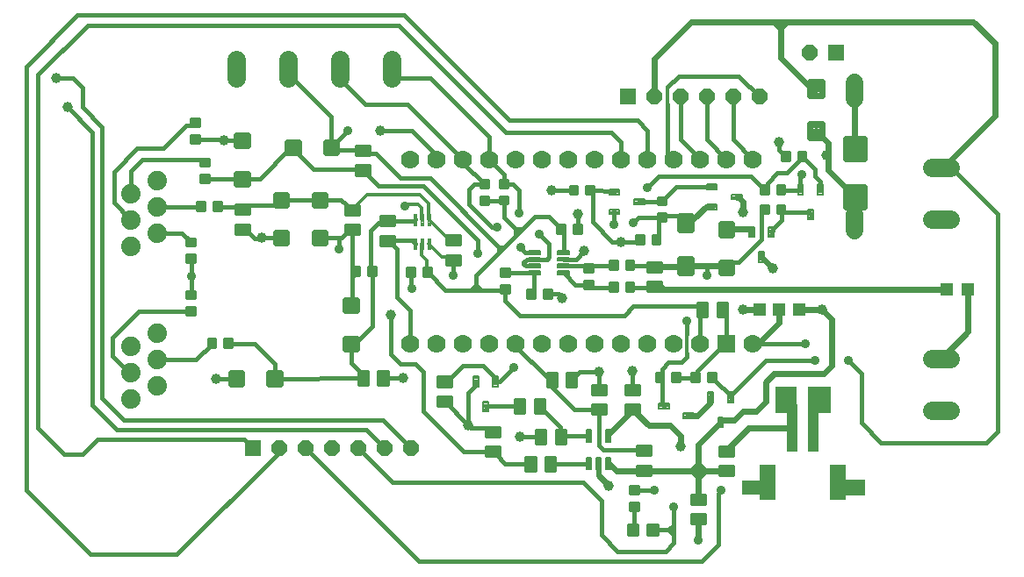
<source format=gtl>
G75*
%MOIN*%
%OFA0B0*%
%FSLAX25Y25*%
%IPPOS*%
%LPD*%
%AMOC8*
5,1,8,0,0,1.08239X$1,22.5*
%
%ADD10R,0.09843X0.05512*%
%ADD11R,0.10827X0.06102*%
%ADD12R,0.08465X0.10236*%
%ADD13R,0.08661X0.09843*%
%ADD14C,0.07050*%
%ADD15C,0.02480*%
%ADD16C,0.01378*%
%ADD17C,0.02205*%
%ADD18C,0.01654*%
%ADD19C,0.07400*%
%ADD20C,0.00520*%
%ADD21C,0.07000*%
%ADD22R,0.07000X0.07000*%
%ADD23C,0.00827*%
%ADD24R,0.06000X0.06000*%
%ADD25OC8,0.06000*%
%ADD26C,0.00541*%
%ADD27R,0.03937X0.18110*%
%ADD28R,0.06299X0.13386*%
%ADD29R,0.04724X0.05118*%
%ADD30C,0.00350*%
%ADD31C,0.02362*%
%ADD32C,0.06600*%
%ADD33C,0.03962*%
%ADD34C,0.03569*%
%ADD35C,0.01600*%
%ADD36C,0.02400*%
%ADD37C,0.01200*%
%ADD38C,0.01969*%
D10*
X0295309Y0066315D03*
D11*
X0331628Y0066217D03*
D12*
X0306825Y0099386D03*
D13*
X0319719Y0099386D03*
D14*
X0362336Y0095646D02*
X0369386Y0095646D01*
X0369386Y0115331D02*
X0362336Y0115331D01*
X0362336Y0168283D02*
X0369386Y0168283D01*
X0369386Y0187969D02*
X0362336Y0187969D01*
X0157416Y0221924D02*
X0157416Y0228974D01*
X0137731Y0228974D02*
X0137731Y0221924D01*
X0118046Y0221924D02*
X0118046Y0228974D01*
X0098361Y0228974D02*
X0098361Y0221924D01*
D15*
X0266461Y0169445D02*
X0266461Y0164051D01*
X0266461Y0169445D02*
X0271067Y0169445D01*
X0271067Y0164051D01*
X0266461Y0164051D01*
X0266461Y0166530D02*
X0271067Y0166530D01*
X0271067Y0169009D02*
X0266461Y0169009D01*
X0266461Y0153303D02*
X0266461Y0147909D01*
X0266461Y0153303D02*
X0271067Y0153303D01*
X0271067Y0147909D01*
X0266461Y0147909D01*
X0266461Y0150388D02*
X0271067Y0150388D01*
X0271067Y0152867D02*
X0266461Y0152867D01*
X0320693Y0199143D02*
X0320693Y0204537D01*
X0320693Y0199143D02*
X0316087Y0199143D01*
X0316087Y0204537D01*
X0320693Y0204537D01*
X0320693Y0201622D02*
X0316087Y0201622D01*
X0316087Y0204101D02*
X0320693Y0204101D01*
X0320693Y0215285D02*
X0320693Y0220679D01*
X0320693Y0215285D02*
X0316087Y0215285D01*
X0316087Y0220679D01*
X0320693Y0220679D01*
X0320693Y0217764D02*
X0316087Y0217764D01*
X0316087Y0220243D02*
X0320693Y0220243D01*
D16*
X0314375Y0193538D02*
X0311817Y0193538D01*
X0314375Y0193538D02*
X0314375Y0190586D01*
X0311817Y0190586D01*
X0311817Y0193538D01*
X0311817Y0191963D02*
X0314375Y0191963D01*
X0314375Y0193340D02*
X0311817Y0193340D01*
X0308125Y0193538D02*
X0305567Y0193538D01*
X0308125Y0193538D02*
X0308125Y0190586D01*
X0305567Y0190586D01*
X0305567Y0193538D01*
X0305567Y0191963D02*
X0308125Y0191963D01*
X0308125Y0193340D02*
X0305567Y0193340D01*
X0306407Y0180722D02*
X0303849Y0180722D01*
X0306407Y0180722D02*
X0306407Y0177770D01*
X0303849Y0177770D01*
X0303849Y0180722D01*
X0303849Y0179147D02*
X0306407Y0179147D01*
X0306407Y0180524D02*
X0303849Y0180524D01*
X0300156Y0180722D02*
X0297598Y0180722D01*
X0300156Y0180722D02*
X0300156Y0177770D01*
X0297598Y0177770D01*
X0297598Y0180722D01*
X0297598Y0179147D02*
X0300156Y0179147D01*
X0300156Y0180524D02*
X0297598Y0180524D01*
X0297598Y0173345D02*
X0300156Y0173345D01*
X0300156Y0170393D01*
X0297598Y0170393D01*
X0297598Y0173345D01*
X0297598Y0171770D02*
X0300156Y0171770D01*
X0300156Y0173147D02*
X0297598Y0173147D01*
X0303849Y0173345D02*
X0306407Y0173345D01*
X0306407Y0170393D01*
X0303849Y0170393D01*
X0303849Y0173345D01*
X0303849Y0171770D02*
X0306407Y0171770D01*
X0306407Y0173147D02*
X0303849Y0173147D01*
X0258469Y0173786D02*
X0258469Y0176344D01*
X0261421Y0176344D01*
X0261421Y0173786D01*
X0258469Y0173786D01*
X0258469Y0175163D02*
X0261421Y0175163D01*
X0258469Y0170094D02*
X0258469Y0167536D01*
X0258469Y0170094D02*
X0261421Y0170094D01*
X0261421Y0167536D01*
X0258469Y0167536D01*
X0258469Y0168913D02*
X0261421Y0168913D01*
X0259054Y0158796D02*
X0256496Y0158796D01*
X0256496Y0161748D01*
X0259054Y0161748D01*
X0259054Y0158796D01*
X0259054Y0160173D02*
X0256496Y0160173D01*
X0256496Y0161550D02*
X0259054Y0161550D01*
X0252804Y0158796D02*
X0250246Y0158796D01*
X0250246Y0161748D01*
X0252804Y0161748D01*
X0252804Y0158796D01*
X0252804Y0160173D02*
X0250246Y0160173D01*
X0250246Y0161550D02*
X0252804Y0161550D01*
X0249044Y0149189D02*
X0246486Y0149189D01*
X0246486Y0152141D01*
X0249044Y0152141D01*
X0249044Y0149189D01*
X0249044Y0150566D02*
X0246486Y0150566D01*
X0246486Y0151943D02*
X0249044Y0151943D01*
X0242794Y0149189D02*
X0240236Y0149189D01*
X0240236Y0152141D01*
X0242794Y0152141D01*
X0242794Y0149189D01*
X0242794Y0150566D02*
X0240236Y0150566D01*
X0240236Y0151943D02*
X0242794Y0151943D01*
X0233680Y0150837D02*
X0233680Y0148279D01*
X0230728Y0148279D01*
X0230728Y0150837D01*
X0233680Y0150837D01*
X0233680Y0149656D02*
X0230728Y0149656D01*
X0233680Y0144587D02*
X0233680Y0142029D01*
X0230728Y0142029D01*
X0230728Y0144587D01*
X0233680Y0144587D01*
X0233680Y0143406D02*
X0230728Y0143406D01*
X0240236Y0140823D02*
X0242794Y0140823D01*
X0240236Y0140823D02*
X0240236Y0143775D01*
X0242794Y0143775D01*
X0242794Y0140823D01*
X0242794Y0142200D02*
X0240236Y0142200D01*
X0240236Y0143577D02*
X0242794Y0143577D01*
X0246486Y0140823D02*
X0249044Y0140823D01*
X0246486Y0140823D02*
X0246486Y0143775D01*
X0249044Y0143775D01*
X0249044Y0140823D01*
X0249044Y0142200D02*
X0246486Y0142200D01*
X0246486Y0143577D02*
X0249044Y0143577D01*
X0229143Y0162969D02*
X0226585Y0162969D01*
X0226585Y0165921D01*
X0229143Y0165921D01*
X0229143Y0162969D01*
X0229143Y0164346D02*
X0226585Y0164346D01*
X0226585Y0165723D02*
X0229143Y0165723D01*
X0222892Y0162969D02*
X0220334Y0162969D01*
X0220334Y0165921D01*
X0222892Y0165921D01*
X0222892Y0162969D01*
X0222892Y0164346D02*
X0220334Y0164346D01*
X0220334Y0165723D02*
X0222892Y0165723D01*
X0225182Y0177733D02*
X0227740Y0177733D01*
X0225182Y0177733D02*
X0225182Y0180685D01*
X0227740Y0180685D01*
X0227740Y0177733D01*
X0227740Y0179110D02*
X0225182Y0179110D01*
X0225182Y0180487D02*
X0227740Y0180487D01*
X0231432Y0177733D02*
X0233990Y0177733D01*
X0231432Y0177733D02*
X0231432Y0180685D01*
X0233990Y0180685D01*
X0233990Y0177733D01*
X0233990Y0179110D02*
X0231432Y0179110D01*
X0231432Y0180487D02*
X0233990Y0180487D01*
X0198499Y0180317D02*
X0198499Y0182875D01*
X0201451Y0182875D01*
X0201451Y0180317D01*
X0198499Y0180317D01*
X0198499Y0181694D02*
X0201451Y0181694D01*
X0191151Y0182776D02*
X0191151Y0180218D01*
X0191151Y0182776D02*
X0194103Y0182776D01*
X0194103Y0180218D01*
X0191151Y0180218D01*
X0191151Y0181595D02*
X0194103Y0181595D01*
X0191151Y0176526D02*
X0191151Y0173968D01*
X0191151Y0176526D02*
X0194103Y0176526D01*
X0194103Y0173968D01*
X0191151Y0173968D01*
X0191151Y0175345D02*
X0194103Y0175345D01*
X0198499Y0174066D02*
X0198499Y0176624D01*
X0201451Y0176624D01*
X0201451Y0174066D01*
X0198499Y0174066D01*
X0198499Y0175443D02*
X0201451Y0175443D01*
X0201904Y0149066D02*
X0201904Y0146508D01*
X0198952Y0146508D01*
X0198952Y0149066D01*
X0201904Y0149066D01*
X0201904Y0147885D02*
X0198952Y0147885D01*
X0201904Y0142815D02*
X0201904Y0140257D01*
X0198952Y0140257D01*
X0198952Y0142815D01*
X0201904Y0142815D01*
X0201904Y0141634D02*
X0198952Y0141634D01*
X0209015Y0141216D02*
X0211573Y0141216D01*
X0211573Y0138264D01*
X0209015Y0138264D01*
X0209015Y0141216D01*
X0209015Y0139641D02*
X0211573Y0139641D01*
X0211573Y0141018D02*
X0209015Y0141018D01*
X0215266Y0141216D02*
X0217824Y0141216D01*
X0217824Y0138264D01*
X0215266Y0138264D01*
X0215266Y0141216D01*
X0215266Y0139641D02*
X0217824Y0139641D01*
X0217824Y0141018D02*
X0215266Y0141018D01*
X0172130Y0146606D02*
X0169572Y0146606D01*
X0169572Y0149558D01*
X0172130Y0149558D01*
X0172130Y0146606D01*
X0172130Y0147983D02*
X0169572Y0147983D01*
X0169572Y0149360D02*
X0172130Y0149360D01*
X0165880Y0146606D02*
X0163322Y0146606D01*
X0163322Y0149558D01*
X0165880Y0149558D01*
X0165880Y0146606D01*
X0165880Y0147983D02*
X0163322Y0147983D01*
X0163322Y0149360D02*
X0165880Y0149360D01*
X0151215Y0149720D02*
X0148657Y0149720D01*
X0151215Y0149720D02*
X0151215Y0146768D01*
X0148657Y0146768D01*
X0148657Y0149720D01*
X0148657Y0148145D02*
X0151215Y0148145D01*
X0151215Y0149522D02*
X0148657Y0149522D01*
X0144964Y0149720D02*
X0142406Y0149720D01*
X0144964Y0149720D02*
X0144964Y0146768D01*
X0142406Y0146768D01*
X0142406Y0149720D01*
X0142406Y0148145D02*
X0144964Y0148145D01*
X0144964Y0149522D02*
X0142406Y0149522D01*
X0096662Y0119465D02*
X0094104Y0119465D01*
X0094104Y0122417D01*
X0096662Y0122417D01*
X0096662Y0119465D01*
X0096662Y0120842D02*
X0094104Y0120842D01*
X0094104Y0122219D02*
X0096662Y0122219D01*
X0090412Y0119465D02*
X0087854Y0119465D01*
X0087854Y0122417D01*
X0090412Y0122417D01*
X0090412Y0119465D01*
X0090412Y0120842D02*
X0087854Y0120842D01*
X0087854Y0122219D02*
X0090412Y0122219D01*
X0082706Y0131847D02*
X0082706Y0134405D01*
X0082706Y0131847D02*
X0079754Y0131847D01*
X0079754Y0134405D01*
X0082706Y0134405D01*
X0082706Y0133224D02*
X0079754Y0133224D01*
X0082706Y0138097D02*
X0082706Y0140655D01*
X0082706Y0138097D02*
X0079754Y0138097D01*
X0079754Y0140655D01*
X0082706Y0140655D01*
X0082706Y0139474D02*
X0079754Y0139474D01*
X0082612Y0151881D02*
X0082612Y0154439D01*
X0082612Y0151881D02*
X0079660Y0151881D01*
X0079660Y0154439D01*
X0082612Y0154439D01*
X0082612Y0153258D02*
X0079660Y0153258D01*
X0082612Y0158132D02*
X0082612Y0160690D01*
X0082612Y0158132D02*
X0079660Y0158132D01*
X0079660Y0160690D01*
X0082612Y0160690D01*
X0082612Y0159509D02*
X0079660Y0159509D01*
X0083720Y0171532D02*
X0086278Y0171532D01*
X0083720Y0171532D02*
X0083720Y0174484D01*
X0086278Y0174484D01*
X0086278Y0171532D01*
X0086278Y0172909D02*
X0083720Y0172909D01*
X0083720Y0174286D02*
X0086278Y0174286D01*
X0089971Y0171532D02*
X0092529Y0171532D01*
X0089971Y0171532D02*
X0089971Y0174484D01*
X0092529Y0174484D01*
X0092529Y0171532D01*
X0092529Y0172909D02*
X0089971Y0172909D01*
X0089971Y0174286D02*
X0092529Y0174286D01*
X0085010Y0182216D02*
X0085010Y0184774D01*
X0087962Y0184774D01*
X0087962Y0182216D01*
X0085010Y0182216D01*
X0085010Y0183593D02*
X0087962Y0183593D01*
X0085010Y0188466D02*
X0085010Y0191024D01*
X0087962Y0191024D01*
X0087962Y0188466D01*
X0085010Y0188466D01*
X0085010Y0189843D02*
X0087962Y0189843D01*
X0084271Y0197300D02*
X0084271Y0199858D01*
X0084271Y0197300D02*
X0081319Y0197300D01*
X0081319Y0199858D01*
X0084271Y0199858D01*
X0084271Y0198677D02*
X0081319Y0198677D01*
X0084271Y0203550D02*
X0084271Y0206108D01*
X0084271Y0203550D02*
X0081319Y0203550D01*
X0081319Y0206108D01*
X0084271Y0206108D01*
X0084271Y0204927D02*
X0081319Y0204927D01*
X0257839Y0106552D02*
X0260397Y0106552D01*
X0257839Y0106552D02*
X0257839Y0109504D01*
X0260397Y0109504D01*
X0260397Y0106552D01*
X0260397Y0107929D02*
X0257839Y0107929D01*
X0257839Y0109306D02*
X0260397Y0109306D01*
X0264090Y0106552D02*
X0266648Y0106552D01*
X0264090Y0106552D02*
X0264090Y0109504D01*
X0266648Y0109504D01*
X0266648Y0106552D01*
X0266648Y0107929D02*
X0264090Y0107929D01*
X0264090Y0109306D02*
X0266648Y0109306D01*
X0271452Y0109533D02*
X0274010Y0109533D01*
X0274010Y0106581D01*
X0271452Y0106581D01*
X0271452Y0109533D01*
X0271452Y0107958D02*
X0274010Y0107958D01*
X0274010Y0109335D02*
X0271452Y0109335D01*
X0277702Y0109533D02*
X0280260Y0109533D01*
X0280260Y0106581D01*
X0277702Y0106581D01*
X0277702Y0109533D01*
X0277702Y0107958D02*
X0280260Y0107958D01*
X0280260Y0109335D02*
X0277702Y0109335D01*
X0247881Y0066418D02*
X0247881Y0063860D01*
X0247881Y0066418D02*
X0250833Y0066418D01*
X0250833Y0063860D01*
X0247881Y0063860D01*
X0247881Y0065237D02*
X0250833Y0065237D01*
X0247881Y0060168D02*
X0247881Y0057610D01*
X0247881Y0060168D02*
X0250833Y0060168D01*
X0250833Y0057610D01*
X0247881Y0057610D01*
X0247881Y0058987D02*
X0250833Y0058987D01*
D17*
X0139773Y0118894D02*
X0139773Y0122988D01*
X0143867Y0122988D01*
X0143867Y0118894D01*
X0139773Y0118894D01*
X0139773Y0121098D02*
X0143867Y0121098D01*
X0139773Y0133461D02*
X0139773Y0137555D01*
X0143867Y0137555D01*
X0143867Y0133461D01*
X0139773Y0133461D01*
X0139773Y0135665D02*
X0143867Y0135665D01*
X0132101Y0159051D02*
X0132101Y0163145D01*
X0132101Y0159051D02*
X0128007Y0159051D01*
X0128007Y0163145D01*
X0132101Y0163145D01*
X0132101Y0161255D02*
X0128007Y0161255D01*
X0113243Y0163145D02*
X0113243Y0159051D01*
X0113243Y0163145D02*
X0117337Y0163145D01*
X0117337Y0159051D01*
X0113243Y0159051D01*
X0113243Y0161255D02*
X0117337Y0161255D01*
X0113243Y0173618D02*
X0113243Y0177712D01*
X0117337Y0177712D01*
X0117337Y0173618D01*
X0113243Y0173618D01*
X0113243Y0175822D02*
X0117337Y0175822D01*
X0132101Y0177712D02*
X0132101Y0173618D01*
X0128007Y0173618D01*
X0128007Y0177712D01*
X0132101Y0177712D01*
X0132101Y0175822D02*
X0128007Y0175822D01*
X0102475Y0181591D02*
X0102475Y0185685D01*
X0102475Y0181591D02*
X0098381Y0181591D01*
X0098381Y0185685D01*
X0102475Y0185685D01*
X0102475Y0183795D02*
X0098381Y0183795D01*
X0102475Y0196158D02*
X0102475Y0200252D01*
X0102475Y0196158D02*
X0098381Y0196158D01*
X0098381Y0200252D01*
X0102475Y0200252D01*
X0102475Y0198362D02*
X0098381Y0198362D01*
X0117770Y0197693D02*
X0121864Y0197693D01*
X0121864Y0193599D01*
X0117770Y0193599D01*
X0117770Y0197693D01*
X0117770Y0195803D02*
X0121864Y0195803D01*
X0132337Y0197693D02*
X0136431Y0197693D01*
X0136431Y0193599D01*
X0132337Y0193599D01*
X0132337Y0197693D01*
X0132337Y0195803D02*
X0136431Y0195803D01*
X0114876Y0109735D02*
X0110782Y0109735D01*
X0114876Y0109735D02*
X0114876Y0105641D01*
X0110782Y0105641D01*
X0110782Y0109735D01*
X0110782Y0107845D02*
X0114876Y0107845D01*
X0100309Y0109735D02*
X0096215Y0109735D01*
X0100309Y0109735D02*
X0100309Y0105641D01*
X0096215Y0105641D01*
X0096215Y0109735D01*
X0096215Y0107845D02*
X0100309Y0107845D01*
X0282231Y0147778D02*
X0282231Y0151872D01*
X0286325Y0151872D01*
X0286325Y0147778D01*
X0282231Y0147778D01*
X0282231Y0149982D02*
X0286325Y0149982D01*
X0282231Y0162345D02*
X0282231Y0166439D01*
X0286325Y0166439D01*
X0286325Y0162345D01*
X0282231Y0162345D01*
X0282231Y0164549D02*
X0286325Y0164549D01*
D18*
X0259295Y0151708D02*
X0259295Y0148638D01*
X0254651Y0148638D01*
X0254651Y0151708D01*
X0259295Y0151708D01*
X0259295Y0150291D02*
X0254651Y0150291D01*
X0259295Y0144228D02*
X0259295Y0141158D01*
X0254651Y0141158D01*
X0254651Y0144228D01*
X0259295Y0144228D01*
X0259295Y0142811D02*
X0254651Y0142811D01*
X0273701Y0131591D02*
X0276771Y0131591D01*
X0273701Y0131591D02*
X0273701Y0136235D01*
X0276771Y0136235D01*
X0276771Y0131591D01*
X0276771Y0133244D02*
X0273701Y0133244D01*
X0273701Y0134897D02*
X0276771Y0134897D01*
X0281181Y0131591D02*
X0284251Y0131591D01*
X0281181Y0131591D02*
X0281181Y0136235D01*
X0284251Y0136235D01*
X0284251Y0131591D01*
X0284251Y0133244D02*
X0281181Y0133244D01*
X0281181Y0134897D02*
X0284251Y0134897D01*
X0250978Y0104956D02*
X0250978Y0101886D01*
X0246334Y0101886D01*
X0246334Y0104956D01*
X0250978Y0104956D01*
X0250978Y0103539D02*
X0246334Y0103539D01*
X0238183Y0104956D02*
X0238183Y0101886D01*
X0233539Y0101886D01*
X0233539Y0104956D01*
X0238183Y0104956D01*
X0238183Y0103539D02*
X0233539Y0103539D01*
X0227061Y0109557D02*
X0223991Y0109557D01*
X0227061Y0109557D02*
X0227061Y0104913D01*
X0223991Y0104913D01*
X0223991Y0109557D01*
X0223991Y0106566D02*
X0227061Y0106566D01*
X0227061Y0108219D02*
X0223991Y0108219D01*
X0219581Y0109557D02*
X0216511Y0109557D01*
X0219581Y0109557D02*
X0219581Y0104913D01*
X0216511Y0104913D01*
X0216511Y0109557D01*
X0216511Y0106566D02*
X0219581Y0106566D01*
X0219581Y0108219D02*
X0216511Y0108219D01*
X0214896Y0094967D02*
X0211826Y0094967D01*
X0211826Y0099611D01*
X0214896Y0099611D01*
X0214896Y0094967D01*
X0214896Y0096620D02*
X0211826Y0096620D01*
X0211826Y0098273D02*
X0214896Y0098273D01*
X0207415Y0094967D02*
X0204345Y0094967D01*
X0204345Y0099611D01*
X0207415Y0099611D01*
X0207415Y0094967D01*
X0207415Y0096620D02*
X0204345Y0096620D01*
X0204345Y0098273D02*
X0207415Y0098273D01*
X0197902Y0088987D02*
X0197902Y0085917D01*
X0193258Y0085917D01*
X0193258Y0088987D01*
X0197902Y0088987D01*
X0197902Y0087570D02*
X0193258Y0087570D01*
X0197902Y0081506D02*
X0197902Y0078436D01*
X0193258Y0078436D01*
X0193258Y0081506D01*
X0197902Y0081506D01*
X0197902Y0080089D02*
X0193258Y0080089D01*
X0208440Y0077594D02*
X0211510Y0077594D01*
X0211510Y0072950D01*
X0208440Y0072950D01*
X0208440Y0077594D01*
X0208440Y0074603D02*
X0211510Y0074603D01*
X0211510Y0076256D02*
X0208440Y0076256D01*
X0215920Y0077594D02*
X0218990Y0077594D01*
X0218990Y0072950D01*
X0215920Y0072950D01*
X0215920Y0077594D01*
X0215920Y0074603D02*
X0218990Y0074603D01*
X0218990Y0076256D02*
X0215920Y0076256D01*
X0215447Y0083304D02*
X0212377Y0083304D01*
X0212377Y0087948D01*
X0215447Y0087948D01*
X0215447Y0083304D01*
X0215447Y0084957D02*
X0212377Y0084957D01*
X0212377Y0086610D02*
X0215447Y0086610D01*
X0219857Y0083304D02*
X0222927Y0083304D01*
X0219857Y0083304D02*
X0219857Y0087948D01*
X0222927Y0087948D01*
X0222927Y0083304D01*
X0222927Y0084957D02*
X0219857Y0084957D01*
X0219857Y0086610D02*
X0222927Y0086610D01*
X0238183Y0094406D02*
X0238183Y0097476D01*
X0238183Y0094406D02*
X0233539Y0094406D01*
X0233539Y0097476D01*
X0238183Y0097476D01*
X0238183Y0096059D02*
X0233539Y0096059D01*
X0250978Y0097476D02*
X0250978Y0094406D01*
X0246334Y0094406D01*
X0246334Y0097476D01*
X0250978Y0097476D01*
X0250978Y0096059D02*
X0246334Y0096059D01*
X0255407Y0081826D02*
X0255407Y0078756D01*
X0250763Y0078756D01*
X0250763Y0081826D01*
X0255407Y0081826D01*
X0255407Y0080409D02*
X0250763Y0080409D01*
X0255407Y0074346D02*
X0255407Y0071276D01*
X0250763Y0071276D01*
X0250763Y0074346D01*
X0255407Y0074346D01*
X0255407Y0072929D02*
X0250763Y0072929D01*
X0275845Y0063313D02*
X0275845Y0060243D01*
X0271201Y0060243D01*
X0271201Y0063313D01*
X0275845Y0063313D01*
X0275845Y0061896D02*
X0271201Y0061896D01*
X0275845Y0055832D02*
X0275845Y0052762D01*
X0271201Y0052762D01*
X0271201Y0055832D01*
X0275845Y0055832D01*
X0275845Y0054415D02*
X0271201Y0054415D01*
X0257831Y0051898D02*
X0254761Y0051898D01*
X0257831Y0051898D02*
X0257831Y0048434D01*
X0254761Y0048434D01*
X0254761Y0051898D01*
X0254761Y0050087D02*
X0257831Y0050087D01*
X0257831Y0051740D02*
X0254761Y0051740D01*
X0250331Y0051898D02*
X0247261Y0051898D01*
X0250331Y0051898D02*
X0250331Y0048434D01*
X0247261Y0048434D01*
X0247261Y0051898D01*
X0247261Y0050087D02*
X0250331Y0050087D01*
X0250331Y0051740D02*
X0247261Y0051740D01*
X0282062Y0071079D02*
X0282062Y0074149D01*
X0286706Y0074149D01*
X0286706Y0071079D01*
X0282062Y0071079D01*
X0282062Y0072732D02*
X0286706Y0072732D01*
X0282062Y0078559D02*
X0282062Y0081629D01*
X0286706Y0081629D01*
X0286706Y0078559D01*
X0282062Y0078559D01*
X0282062Y0080212D02*
X0286706Y0080212D01*
X0174941Y0097551D02*
X0174941Y0100621D01*
X0179585Y0100621D01*
X0179585Y0097551D01*
X0174941Y0097551D01*
X0174941Y0099204D02*
X0179585Y0099204D01*
X0174941Y0105031D02*
X0174941Y0108101D01*
X0179585Y0108101D01*
X0179585Y0105031D01*
X0174941Y0105031D01*
X0174941Y0106684D02*
X0179585Y0106684D01*
X0155506Y0105464D02*
X0152436Y0105464D01*
X0152436Y0110108D01*
X0155506Y0110108D01*
X0155506Y0105464D01*
X0155506Y0107117D02*
X0152436Y0107117D01*
X0152436Y0108770D02*
X0155506Y0108770D01*
X0148026Y0105464D02*
X0144956Y0105464D01*
X0144956Y0110108D01*
X0148026Y0110108D01*
X0148026Y0105464D01*
X0148026Y0107117D02*
X0144956Y0107117D01*
X0144956Y0108770D02*
X0148026Y0108770D01*
X0178297Y0151293D02*
X0178297Y0154363D01*
X0182941Y0154363D01*
X0182941Y0151293D01*
X0178297Y0151293D01*
X0178297Y0152946D02*
X0182941Y0152946D01*
X0178297Y0158774D02*
X0178297Y0161844D01*
X0182941Y0161844D01*
X0182941Y0158774D01*
X0178297Y0158774D01*
X0178297Y0160427D02*
X0182941Y0160427D01*
X0153312Y0161647D02*
X0153312Y0158577D01*
X0153312Y0161647D02*
X0157956Y0161647D01*
X0157956Y0158577D01*
X0153312Y0158577D01*
X0153312Y0160230D02*
X0157956Y0160230D01*
X0153312Y0166057D02*
X0153312Y0169127D01*
X0157956Y0169127D01*
X0157956Y0166057D01*
X0153312Y0166057D01*
X0153312Y0167710D02*
X0157956Y0167710D01*
X0139838Y0165881D02*
X0139838Y0162811D01*
X0139838Y0165881D02*
X0144482Y0165881D01*
X0144482Y0162811D01*
X0139838Y0162811D01*
X0139838Y0164464D02*
X0144482Y0164464D01*
X0139838Y0170292D02*
X0139838Y0173362D01*
X0144482Y0173362D01*
X0144482Y0170292D01*
X0139838Y0170292D01*
X0139838Y0171945D02*
X0144482Y0171945D01*
X0148616Y0185380D02*
X0148616Y0188450D01*
X0148616Y0185380D02*
X0143972Y0185380D01*
X0143972Y0188450D01*
X0148616Y0188450D01*
X0148616Y0187033D02*
X0143972Y0187033D01*
X0148616Y0192861D02*
X0148616Y0195931D01*
X0148616Y0192861D02*
X0143972Y0192861D01*
X0143972Y0195931D01*
X0148616Y0195931D01*
X0148616Y0194514D02*
X0143972Y0194514D01*
X0098401Y0173460D02*
X0098401Y0170390D01*
X0098401Y0173460D02*
X0103045Y0173460D01*
X0103045Y0170390D01*
X0098401Y0170390D01*
X0098401Y0172043D02*
X0103045Y0172043D01*
X0098401Y0165980D02*
X0098401Y0162910D01*
X0098401Y0165980D02*
X0103045Y0165980D01*
X0103045Y0162910D01*
X0098401Y0162910D01*
X0098401Y0164563D02*
X0103045Y0164563D01*
D19*
X0068400Y0163047D03*
X0058400Y0158047D03*
X0058400Y0168047D03*
X0068400Y0173047D03*
X0058400Y0178047D03*
X0068400Y0183047D03*
X0068400Y0124780D03*
X0058400Y0119780D03*
X0068400Y0114780D03*
X0058400Y0109780D03*
X0068400Y0104780D03*
X0058400Y0099780D03*
D20*
X0209152Y0148515D02*
X0213750Y0148515D01*
X0213750Y0147303D01*
X0209152Y0147303D01*
X0209152Y0148515D01*
X0209152Y0147822D02*
X0213750Y0147822D01*
X0213750Y0148341D02*
X0209152Y0148341D01*
X0209152Y0151075D02*
X0213750Y0151075D01*
X0213750Y0149863D01*
X0209152Y0149863D01*
X0209152Y0151075D01*
X0209152Y0150382D02*
X0213750Y0150382D01*
X0213750Y0150901D02*
X0209152Y0150901D01*
X0209152Y0153634D02*
X0213750Y0153634D01*
X0213750Y0152422D01*
X0209152Y0152422D01*
X0209152Y0153634D01*
X0209152Y0152941D02*
X0213750Y0152941D01*
X0213750Y0153460D02*
X0209152Y0153460D01*
X0209152Y0156193D02*
X0213750Y0156193D01*
X0213750Y0154981D01*
X0209152Y0154981D01*
X0209152Y0156193D01*
X0209152Y0155500D02*
X0213750Y0155500D01*
X0213750Y0156019D02*
X0209152Y0156019D01*
X0220176Y0156193D02*
X0224774Y0156193D01*
X0224774Y0154981D01*
X0220176Y0154981D01*
X0220176Y0156193D01*
X0220176Y0155500D02*
X0224774Y0155500D01*
X0224774Y0156019D02*
X0220176Y0156019D01*
X0220176Y0153634D02*
X0224774Y0153634D01*
X0224774Y0152422D01*
X0220176Y0152422D01*
X0220176Y0153634D01*
X0220176Y0152941D02*
X0224774Y0152941D01*
X0224774Y0153460D02*
X0220176Y0153460D01*
X0220176Y0151075D02*
X0224774Y0151075D01*
X0224774Y0149863D01*
X0220176Y0149863D01*
X0220176Y0151075D01*
X0220176Y0150382D02*
X0224774Y0150382D01*
X0224774Y0150901D02*
X0220176Y0150901D01*
X0220176Y0148515D02*
X0224774Y0148515D01*
X0224774Y0147303D01*
X0220176Y0147303D01*
X0220176Y0148515D01*
X0220176Y0147822D02*
X0224774Y0147822D01*
X0224774Y0148341D02*
X0220176Y0148341D01*
D21*
X0224424Y0120921D03*
X0234424Y0120921D03*
X0244424Y0120921D03*
X0254424Y0120921D03*
X0264424Y0120921D03*
X0274424Y0120921D03*
X0294424Y0120921D03*
X0214424Y0120921D03*
X0204424Y0120921D03*
X0194424Y0120921D03*
X0184424Y0120921D03*
X0174424Y0120921D03*
X0164424Y0120921D03*
X0164424Y0190921D03*
X0174424Y0190921D03*
X0184424Y0190921D03*
X0194424Y0190921D03*
X0204424Y0190921D03*
X0214424Y0190921D03*
X0224424Y0190921D03*
X0234424Y0190921D03*
X0244424Y0190921D03*
X0254424Y0190921D03*
X0264424Y0190921D03*
X0274424Y0190921D03*
X0284424Y0190921D03*
X0294424Y0190921D03*
D22*
X0284424Y0120921D03*
D23*
X0284898Y0102418D02*
X0286828Y0102418D01*
X0286828Y0098520D01*
X0284898Y0098520D01*
X0284898Y0102418D01*
X0284898Y0099346D02*
X0286828Y0099346D01*
X0286828Y0100172D02*
X0284898Y0100172D01*
X0284898Y0100998D02*
X0286828Y0100998D01*
X0286828Y0101824D02*
X0284898Y0101824D01*
X0279348Y0102418D02*
X0277418Y0102418D01*
X0279348Y0102418D02*
X0279348Y0098520D01*
X0277418Y0098520D01*
X0277418Y0102418D01*
X0277418Y0099346D02*
X0279348Y0099346D01*
X0279348Y0100172D02*
X0277418Y0100172D01*
X0277418Y0100998D02*
X0279348Y0100998D01*
X0279348Y0101824D02*
X0277418Y0101824D01*
X0268038Y0094440D02*
X0268038Y0092510D01*
X0268038Y0094440D02*
X0271936Y0094440D01*
X0271936Y0092510D01*
X0268038Y0092510D01*
X0268038Y0093336D02*
X0271936Y0093336D01*
X0271936Y0094162D02*
X0268038Y0094162D01*
X0258589Y0096251D02*
X0258589Y0098181D01*
X0262487Y0098181D01*
X0262487Y0096251D01*
X0258589Y0096251D01*
X0258589Y0097077D02*
X0262487Y0097077D01*
X0262487Y0097903D02*
X0258589Y0097903D01*
X0258589Y0090700D02*
X0258589Y0088770D01*
X0258589Y0090700D02*
X0262487Y0090700D01*
X0262487Y0088770D01*
X0258589Y0088770D01*
X0258589Y0089596D02*
X0262487Y0089596D01*
X0262487Y0090422D02*
X0258589Y0090422D01*
X0281158Y0092969D02*
X0283088Y0092969D01*
X0283088Y0089071D01*
X0281158Y0089071D01*
X0281158Y0092969D01*
X0281158Y0089897D02*
X0283088Y0089897D01*
X0283088Y0090723D02*
X0281158Y0090723D01*
X0281158Y0091549D02*
X0283088Y0091549D01*
X0283088Y0092375D02*
X0281158Y0092375D01*
X0197692Y0108456D02*
X0195762Y0108456D01*
X0197692Y0108456D02*
X0197692Y0104558D01*
X0195762Y0104558D01*
X0195762Y0108456D01*
X0195762Y0105384D02*
X0197692Y0105384D01*
X0197692Y0106210D02*
X0195762Y0106210D01*
X0195762Y0107036D02*
X0197692Y0107036D01*
X0197692Y0107862D02*
X0195762Y0107862D01*
X0190211Y0108456D02*
X0188281Y0108456D01*
X0190211Y0108456D02*
X0190211Y0104558D01*
X0188281Y0104558D01*
X0188281Y0108456D01*
X0188281Y0105384D02*
X0190211Y0105384D01*
X0190211Y0106210D02*
X0188281Y0106210D01*
X0188281Y0107036D02*
X0190211Y0107036D01*
X0190211Y0107862D02*
X0188281Y0107862D01*
X0192022Y0099007D02*
X0193952Y0099007D01*
X0193952Y0095109D01*
X0192022Y0095109D01*
X0192022Y0099007D01*
X0192022Y0095935D02*
X0193952Y0095935D01*
X0193952Y0096761D02*
X0192022Y0096761D01*
X0192022Y0097587D02*
X0193952Y0097587D01*
X0193952Y0098413D02*
X0192022Y0098413D01*
X0296622Y0155882D02*
X0298552Y0155882D01*
X0298552Y0151984D01*
X0296622Y0151984D01*
X0296622Y0155882D01*
X0296622Y0152810D02*
X0298552Y0152810D01*
X0298552Y0153636D02*
X0296622Y0153636D01*
X0296622Y0154462D02*
X0298552Y0154462D01*
X0298552Y0155288D02*
X0296622Y0155288D01*
X0294812Y0165331D02*
X0292882Y0165331D01*
X0294812Y0165331D02*
X0294812Y0161433D01*
X0292882Y0161433D01*
X0292882Y0165331D01*
X0292882Y0162259D02*
X0294812Y0162259D01*
X0294812Y0163085D02*
X0292882Y0163085D01*
X0292882Y0163911D02*
X0294812Y0163911D01*
X0294812Y0164737D02*
X0292882Y0164737D01*
X0300362Y0165331D02*
X0302292Y0165331D01*
X0302292Y0161433D01*
X0300362Y0161433D01*
X0300362Y0165331D01*
X0300362Y0162259D02*
X0302292Y0162259D01*
X0302292Y0163085D02*
X0300362Y0163085D01*
X0300362Y0163911D02*
X0302292Y0163911D01*
X0302292Y0164737D02*
X0300362Y0164737D01*
X0315220Y0172031D02*
X0317150Y0172031D01*
X0317150Y0168133D01*
X0315220Y0168133D01*
X0315220Y0172031D01*
X0315220Y0168959D02*
X0317150Y0168959D01*
X0317150Y0169785D02*
X0315220Y0169785D01*
X0315220Y0170611D02*
X0317150Y0170611D01*
X0317150Y0171437D02*
X0315220Y0171437D01*
X0313410Y0181480D02*
X0311480Y0181480D01*
X0313410Y0181480D02*
X0313410Y0177582D01*
X0311480Y0177582D01*
X0311480Y0181480D01*
X0311480Y0178408D02*
X0313410Y0178408D01*
X0313410Y0179234D02*
X0311480Y0179234D01*
X0311480Y0180060D02*
X0313410Y0180060D01*
X0313410Y0180886D02*
X0311480Y0180886D01*
X0318961Y0181480D02*
X0320891Y0181480D01*
X0320891Y0177582D01*
X0318961Y0177582D01*
X0318961Y0181480D01*
X0318961Y0178408D02*
X0320891Y0178408D01*
X0320891Y0179234D02*
X0318961Y0179234D01*
X0318961Y0180060D02*
X0320891Y0180060D01*
X0320891Y0180886D02*
X0318961Y0180886D01*
X0286281Y0177674D02*
X0286281Y0175744D01*
X0286281Y0177674D02*
X0290179Y0177674D01*
X0290179Y0175744D01*
X0286281Y0175744D01*
X0286281Y0176570D02*
X0290179Y0176570D01*
X0290179Y0177396D02*
X0286281Y0177396D01*
X0276832Y0179484D02*
X0276832Y0181414D01*
X0280730Y0181414D01*
X0280730Y0179484D01*
X0276832Y0179484D01*
X0276832Y0180310D02*
X0280730Y0180310D01*
X0280730Y0181136D02*
X0276832Y0181136D01*
X0276832Y0173934D02*
X0276832Y0172004D01*
X0276832Y0173934D02*
X0280730Y0173934D01*
X0280730Y0172004D01*
X0276832Y0172004D01*
X0276832Y0172830D02*
X0280730Y0172830D01*
X0280730Y0173656D02*
X0276832Y0173656D01*
X0249273Y0173842D02*
X0249273Y0175772D01*
X0253171Y0175772D01*
X0253171Y0173842D01*
X0249273Y0173842D01*
X0249273Y0174668D02*
X0253171Y0174668D01*
X0253171Y0175494D02*
X0249273Y0175494D01*
X0239825Y0177582D02*
X0239825Y0179512D01*
X0243723Y0179512D01*
X0243723Y0177582D01*
X0239825Y0177582D01*
X0239825Y0178408D02*
X0243723Y0178408D01*
X0243723Y0179234D02*
X0239825Y0179234D01*
X0239825Y0172031D02*
X0239825Y0170101D01*
X0239825Y0172031D02*
X0243723Y0172031D01*
X0243723Y0170101D01*
X0239825Y0170101D01*
X0239825Y0170927D02*
X0243723Y0170927D01*
X0243723Y0171753D02*
X0239825Y0171753D01*
D24*
X0246933Y0214740D03*
X0326017Y0231576D03*
X0104527Y0081364D03*
D25*
X0114527Y0081364D03*
X0124527Y0081364D03*
X0134527Y0081364D03*
X0144527Y0081364D03*
X0154527Y0081364D03*
X0164527Y0081364D03*
X0256933Y0214740D03*
X0266933Y0214740D03*
X0276933Y0214740D03*
X0286933Y0214740D03*
X0296933Y0214740D03*
X0316017Y0231576D03*
D26*
X0240413Y0083711D02*
X0238789Y0083711D01*
X0238789Y0088289D01*
X0240413Y0088289D01*
X0240413Y0083711D01*
X0240413Y0084251D02*
X0238789Y0084251D01*
X0238789Y0084791D02*
X0240413Y0084791D01*
X0240413Y0085331D02*
X0238789Y0085331D01*
X0238789Y0085871D02*
X0240413Y0085871D01*
X0240413Y0086411D02*
X0238789Y0086411D01*
X0238789Y0086951D02*
X0240413Y0086951D01*
X0240413Y0087491D02*
X0238789Y0087491D01*
X0238789Y0088031D02*
X0240413Y0088031D01*
X0232932Y0083711D02*
X0231308Y0083711D01*
X0231308Y0088289D01*
X0232932Y0088289D01*
X0232932Y0083711D01*
X0232932Y0084251D02*
X0231308Y0084251D01*
X0231308Y0084791D02*
X0232932Y0084791D01*
X0232932Y0085331D02*
X0231308Y0085331D01*
X0231308Y0085871D02*
X0232932Y0085871D01*
X0232932Y0086411D02*
X0231308Y0086411D01*
X0231308Y0086951D02*
X0232932Y0086951D01*
X0232932Y0087491D02*
X0231308Y0087491D01*
X0231308Y0088031D02*
X0232932Y0088031D01*
X0232932Y0073081D02*
X0231308Y0073081D01*
X0231308Y0077659D01*
X0232932Y0077659D01*
X0232932Y0073081D01*
X0232932Y0073621D02*
X0231308Y0073621D01*
X0231308Y0074161D02*
X0232932Y0074161D01*
X0232932Y0074701D02*
X0231308Y0074701D01*
X0231308Y0075241D02*
X0232932Y0075241D01*
X0232932Y0075781D02*
X0231308Y0075781D01*
X0231308Y0076321D02*
X0232932Y0076321D01*
X0232932Y0076861D02*
X0231308Y0076861D01*
X0231308Y0077401D02*
X0232932Y0077401D01*
X0235049Y0073081D02*
X0236673Y0073081D01*
X0235049Y0073081D02*
X0235049Y0077659D01*
X0236673Y0077659D01*
X0236673Y0073081D01*
X0236673Y0073621D02*
X0235049Y0073621D01*
X0235049Y0074161D02*
X0236673Y0074161D01*
X0236673Y0074701D02*
X0235049Y0074701D01*
X0235049Y0075241D02*
X0236673Y0075241D01*
X0236673Y0075781D02*
X0235049Y0075781D01*
X0235049Y0076321D02*
X0236673Y0076321D01*
X0236673Y0076861D02*
X0235049Y0076861D01*
X0235049Y0077401D02*
X0236673Y0077401D01*
X0238789Y0073081D02*
X0240413Y0073081D01*
X0238789Y0073081D02*
X0238789Y0077659D01*
X0240413Y0077659D01*
X0240413Y0073081D01*
X0240413Y0073621D02*
X0238789Y0073621D01*
X0238789Y0074161D02*
X0240413Y0074161D01*
X0240413Y0074701D02*
X0238789Y0074701D01*
X0238789Y0075241D02*
X0240413Y0075241D01*
X0240413Y0075781D02*
X0238789Y0075781D01*
X0238789Y0076321D02*
X0240413Y0076321D01*
X0240413Y0076861D02*
X0238789Y0076861D01*
X0238789Y0077401D02*
X0240413Y0077401D01*
D27*
X0309384Y0088756D03*
X0317258Y0088756D03*
D28*
X0326707Y0068283D03*
X0299935Y0068283D03*
D29*
X0296810Y0133869D03*
X0304310Y0133869D03*
X0311810Y0133869D03*
X0367983Y0141709D03*
X0375983Y0141709D03*
D30*
X0170859Y0156790D02*
X0170859Y0161040D01*
X0171909Y0161040D01*
X0171909Y0156790D01*
X0170859Y0156790D01*
X0170859Y0157139D02*
X0171909Y0157139D01*
X0171909Y0157488D02*
X0170859Y0157488D01*
X0170859Y0157837D02*
X0171909Y0157837D01*
X0171909Y0158186D02*
X0170859Y0158186D01*
X0170859Y0158535D02*
X0171909Y0158535D01*
X0171909Y0158884D02*
X0170859Y0158884D01*
X0170859Y0159233D02*
X0171909Y0159233D01*
X0171909Y0159582D02*
X0170859Y0159582D01*
X0170859Y0159931D02*
X0171909Y0159931D01*
X0171909Y0160280D02*
X0170859Y0160280D01*
X0170859Y0160629D02*
X0171909Y0160629D01*
X0171909Y0160978D02*
X0170859Y0160978D01*
X0168259Y0161040D02*
X0168259Y0156790D01*
X0168259Y0161040D02*
X0169309Y0161040D01*
X0169309Y0156790D01*
X0168259Y0156790D01*
X0168259Y0157139D02*
X0169309Y0157139D01*
X0169309Y0157488D02*
X0168259Y0157488D01*
X0168259Y0157837D02*
X0169309Y0157837D01*
X0169309Y0158186D02*
X0168259Y0158186D01*
X0168259Y0158535D02*
X0169309Y0158535D01*
X0169309Y0158884D02*
X0168259Y0158884D01*
X0168259Y0159233D02*
X0169309Y0159233D01*
X0169309Y0159582D02*
X0168259Y0159582D01*
X0168259Y0159931D02*
X0169309Y0159931D01*
X0169309Y0160280D02*
X0168259Y0160280D01*
X0168259Y0160629D02*
X0169309Y0160629D01*
X0169309Y0160978D02*
X0168259Y0160978D01*
X0165659Y0161040D02*
X0165659Y0156790D01*
X0165659Y0161040D02*
X0166709Y0161040D01*
X0166709Y0156790D01*
X0165659Y0156790D01*
X0165659Y0157139D02*
X0166709Y0157139D01*
X0166709Y0157488D02*
X0165659Y0157488D01*
X0165659Y0157837D02*
X0166709Y0157837D01*
X0166709Y0158186D02*
X0165659Y0158186D01*
X0165659Y0158535D02*
X0166709Y0158535D01*
X0166709Y0158884D02*
X0165659Y0158884D01*
X0165659Y0159233D02*
X0166709Y0159233D01*
X0166709Y0159582D02*
X0165659Y0159582D01*
X0165659Y0159931D02*
X0166709Y0159931D01*
X0166709Y0160280D02*
X0165659Y0160280D01*
X0165659Y0160629D02*
X0166709Y0160629D01*
X0166709Y0160978D02*
X0165659Y0160978D01*
X0165659Y0165990D02*
X0165659Y0170240D01*
X0166709Y0170240D01*
X0166709Y0165990D01*
X0165659Y0165990D01*
X0165659Y0166339D02*
X0166709Y0166339D01*
X0166709Y0166688D02*
X0165659Y0166688D01*
X0165659Y0167037D02*
X0166709Y0167037D01*
X0166709Y0167386D02*
X0165659Y0167386D01*
X0165659Y0167735D02*
X0166709Y0167735D01*
X0166709Y0168084D02*
X0165659Y0168084D01*
X0165659Y0168433D02*
X0166709Y0168433D01*
X0166709Y0168782D02*
X0165659Y0168782D01*
X0165659Y0169131D02*
X0166709Y0169131D01*
X0166709Y0169480D02*
X0165659Y0169480D01*
X0165659Y0169829D02*
X0166709Y0169829D01*
X0166709Y0170178D02*
X0165659Y0170178D01*
X0168259Y0170240D02*
X0168259Y0165990D01*
X0168259Y0170240D02*
X0169309Y0170240D01*
X0169309Y0165990D01*
X0168259Y0165990D01*
X0168259Y0166339D02*
X0169309Y0166339D01*
X0169309Y0166688D02*
X0168259Y0166688D01*
X0168259Y0167037D02*
X0169309Y0167037D01*
X0169309Y0167386D02*
X0168259Y0167386D01*
X0168259Y0167735D02*
X0169309Y0167735D01*
X0169309Y0168084D02*
X0168259Y0168084D01*
X0168259Y0168433D02*
X0169309Y0168433D01*
X0169309Y0168782D02*
X0168259Y0168782D01*
X0168259Y0169131D02*
X0169309Y0169131D01*
X0169309Y0169480D02*
X0168259Y0169480D01*
X0168259Y0169829D02*
X0169309Y0169829D01*
X0169309Y0170178D02*
X0168259Y0170178D01*
X0170859Y0170240D02*
X0170859Y0165990D01*
X0170859Y0170240D02*
X0171909Y0170240D01*
X0171909Y0165990D01*
X0170859Y0165990D01*
X0170859Y0166339D02*
X0171909Y0166339D01*
X0171909Y0166688D02*
X0170859Y0166688D01*
X0170859Y0167037D02*
X0171909Y0167037D01*
X0171909Y0167386D02*
X0170859Y0167386D01*
X0170859Y0167735D02*
X0171909Y0167735D01*
X0171909Y0168084D02*
X0170859Y0168084D01*
X0170859Y0168433D02*
X0171909Y0168433D01*
X0171909Y0168782D02*
X0170859Y0168782D01*
X0170859Y0169131D02*
X0171909Y0169131D01*
X0171909Y0169480D02*
X0170859Y0169480D01*
X0170859Y0169829D02*
X0171909Y0169829D01*
X0171909Y0170178D02*
X0170859Y0170178D01*
D31*
X0336602Y0172774D02*
X0336602Y0180648D01*
X0336602Y0172774D02*
X0329516Y0172774D01*
X0329516Y0180648D01*
X0336602Y0180648D01*
X0336602Y0175135D02*
X0329516Y0175135D01*
X0329516Y0177496D02*
X0336602Y0177496D01*
X0336602Y0179857D02*
X0329516Y0179857D01*
X0336602Y0191062D02*
X0336602Y0198936D01*
X0336602Y0191062D02*
X0329516Y0191062D01*
X0329516Y0198936D01*
X0336602Y0198936D01*
X0336602Y0193423D02*
X0329516Y0193423D01*
X0329516Y0195784D02*
X0336602Y0195784D01*
X0336602Y0198145D02*
X0329516Y0198145D01*
D32*
X0332995Y0213736D02*
X0332995Y0220336D01*
X0332995Y0170336D02*
X0332995Y0163736D01*
D33*
X0301810Y0149494D03*
X0290560Y0133869D03*
X0320560Y0133869D03*
X0290560Y0170744D03*
X0322435Y0192619D03*
X0304310Y0197619D03*
X0244251Y0159622D03*
X0230447Y0156276D03*
X0227888Y0170154D03*
X0218031Y0179209D03*
X0221983Y0138362D03*
X0235861Y0110178D03*
X0248656Y0110606D03*
X0206102Y0085626D03*
X0186353Y0089922D03*
X0161707Y0107786D03*
X0156810Y0131994D03*
X0108105Y0161098D03*
X0093735Y0198106D03*
X0034310Y0210744D03*
X0029935Y0221994D03*
X0153060Y0201994D03*
X0090487Y0107688D03*
X0239611Y0067014D03*
X0266810Y0081994D03*
D34*
X0256810Y0065119D03*
X0264310Y0058869D03*
X0273685Y0046369D03*
X0282435Y0065119D03*
X0293144Y0066118D03*
X0333302Y0066118D03*
X0320408Y0101945D03*
X0306727Y0102142D03*
X0318060Y0114494D03*
X0314310Y0120744D03*
X0330560Y0114494D03*
X0276810Y0146994D03*
X0269310Y0129494D03*
X0213373Y0162619D03*
X0206185Y0157619D03*
X0197435Y0165119D03*
X0205560Y0170432D03*
X0189935Y0155119D03*
X0180560Y0146994D03*
X0164935Y0141994D03*
X0137435Y0156994D03*
X0162435Y0173244D03*
X0140560Y0201994D03*
X0081136Y0146408D03*
X0203685Y0111994D03*
X0241498Y0166057D03*
X0249037Y0166877D03*
X0254310Y0180119D03*
X0313060Y0185119D03*
D35*
X0043060Y0040744D02*
X0018685Y0065119D01*
X0018685Y0226369D01*
X0038060Y0245744D01*
X0161810Y0245744D01*
X0201810Y0205744D01*
X0250560Y0205744D01*
X0254424Y0201881D01*
X0254424Y0190921D01*
X0261937Y0193408D02*
X0264424Y0190921D01*
X0261937Y0193408D02*
X0261937Y0211838D01*
X0266933Y0214740D02*
X0266933Y0198490D01*
X0274463Y0190961D01*
X0274424Y0190921D01*
X0276933Y0198411D02*
X0284424Y0190921D01*
X0284463Y0190961D01*
X0286933Y0198411D02*
X0294424Y0190921D01*
X0294463Y0190961D01*
X0293629Y0184494D02*
X0258685Y0184494D01*
X0254310Y0180119D01*
X0251222Y0174807D02*
X0259687Y0174807D01*
X0259945Y0175065D01*
X0260624Y0175744D01*
X0260560Y0175744D01*
X0265265Y0180449D01*
X0279640Y0180449D01*
X0279310Y0180119D01*
X0278781Y0180449D01*
X0293629Y0184494D02*
X0298877Y0179246D01*
X0299935Y0180304D01*
X0299935Y0181994D01*
X0303685Y0185744D01*
X0307435Y0185744D01*
X0313096Y0191405D01*
X0313096Y0192062D01*
X0318060Y0187098D01*
X0318060Y0184494D01*
X0319926Y0182629D01*
X0319926Y0179531D01*
X0312445Y0179531D02*
X0312445Y0184504D01*
X0313060Y0185119D01*
X0314935Y0190223D02*
X0313096Y0192062D01*
X0306846Y0192062D02*
X0304310Y0194597D01*
X0304310Y0197619D01*
X0286933Y0198411D02*
X0286933Y0214740D01*
X0289055Y0222619D02*
X0266156Y0222619D01*
X0261937Y0218400D01*
X0276933Y0214740D02*
X0276933Y0198411D01*
X0296933Y0214740D02*
X0289055Y0222619D01*
X0244424Y0197506D02*
X0240560Y0201369D01*
X0200560Y0201369D01*
X0159935Y0241994D01*
X0041810Y0241994D01*
X0023060Y0223244D01*
X0023060Y0088869D01*
X0033060Y0078869D01*
X0039935Y0078869D01*
X0045560Y0084494D01*
X0101397Y0084494D01*
X0104527Y0081364D01*
X0114527Y0081364D02*
X0114527Y0079711D01*
X0075560Y0040744D01*
X0043060Y0040744D01*
X0053060Y0088244D02*
X0043685Y0097619D01*
X0043685Y0201369D01*
X0034310Y0210744D01*
X0039935Y0210744D02*
X0039935Y0218244D01*
X0036185Y0221994D01*
X0029935Y0221994D01*
X0039935Y0210744D02*
X0047435Y0203244D01*
X0047435Y0100119D01*
X0055560Y0091994D01*
X0153897Y0091994D01*
X0164527Y0081364D01*
X0154527Y0081364D02*
X0147647Y0088244D01*
X0053060Y0088244D01*
X0057775Y0109780D02*
X0058400Y0109780D01*
X0057775Y0109780D02*
X0051185Y0116369D01*
X0051185Y0123244D01*
X0061185Y0133244D01*
X0081111Y0133244D01*
X0081230Y0133126D01*
X0081230Y0139376D02*
X0081136Y0139908D01*
X0081136Y0146408D01*
X0081136Y0153160D01*
X0081136Y0159411D02*
X0077500Y0163047D01*
X0068400Y0163047D01*
X0058400Y0168047D02*
X0051810Y0174637D01*
X0051810Y0186369D01*
X0060560Y0195119D01*
X0070560Y0195119D01*
X0079310Y0203869D01*
X0081185Y0203869D01*
X0082145Y0204829D01*
X0082795Y0204829D01*
X0082795Y0198579D02*
X0093238Y0198603D01*
X0093735Y0198106D01*
X0100428Y0198205D01*
X0086486Y0189745D02*
X0086185Y0190119D01*
X0085309Y0190995D01*
X0062706Y0190995D01*
X0058400Y0186689D01*
X0058400Y0178047D01*
X0068400Y0173047D02*
X0084074Y0173047D01*
X0084999Y0173008D01*
X0091250Y0173008D02*
X0099935Y0173008D01*
X0100723Y0171925D01*
X0102093Y0173395D01*
X0113173Y0173395D01*
X0114896Y0175665D01*
X0115290Y0175665D01*
X0130054Y0175665D01*
X0137928Y0175665D01*
X0142160Y0171827D01*
X0149310Y0163869D02*
X0152435Y0166994D01*
X0155036Y0166994D01*
X0155634Y0167592D01*
X0165661Y0167592D01*
X0166184Y0168115D01*
X0164987Y0160112D02*
X0155634Y0160112D01*
X0156877Y0158869D01*
X0157435Y0158869D01*
X0159310Y0156994D01*
X0159310Y0138534D01*
X0164424Y0133421D01*
X0164424Y0120921D01*
X0156810Y0116994D02*
X0156810Y0131994D01*
X0149936Y0127619D02*
X0149936Y0148244D01*
X0149936Y0148869D01*
X0149310Y0149494D01*
X0149310Y0163869D01*
X0143110Y0163923D02*
X0141919Y0163239D01*
X0141924Y0163244D01*
X0142435Y0163244D01*
X0142435Y0146369D01*
X0144310Y0148244D01*
X0142435Y0149494D01*
X0143685Y0148244D02*
X0144310Y0148244D01*
X0142435Y0146369D02*
X0142435Y0136123D01*
X0141820Y0135508D01*
X0141919Y0135606D01*
X0149936Y0127619D02*
X0143685Y0121369D01*
X0142873Y0121369D01*
X0141820Y0120941D01*
X0141810Y0113557D01*
X0146498Y0108869D01*
X0146498Y0108557D01*
X0146491Y0107314D01*
X0146491Y0107786D01*
X0112829Y0107688D01*
X0112829Y0113264D01*
X0112632Y0113461D01*
X0112632Y0113559D01*
X0105250Y0120941D01*
X0095383Y0120941D01*
X0089133Y0120941D02*
X0082972Y0114780D01*
X0068400Y0114780D01*
X0090487Y0107688D02*
X0098262Y0107688D01*
X0124527Y0081364D02*
X0167647Y0038244D01*
X0274935Y0038244D01*
X0281185Y0044494D01*
X0281185Y0063869D01*
X0282435Y0065119D01*
X0264310Y0058869D02*
X0264310Y0051994D01*
X0262435Y0050119D01*
X0264310Y0048244D01*
X0262435Y0050119D02*
X0257435Y0050119D01*
X0257435Y0050166D01*
X0256296Y0050166D01*
X0249330Y0050700D02*
X0249310Y0051369D01*
X0249310Y0058842D01*
X0249357Y0058889D01*
X0249357Y0065139D02*
X0254955Y0065139D01*
X0256810Y0065119D01*
X0264310Y0058869D02*
X0264310Y0056305D01*
X0264310Y0051994D02*
X0264310Y0045119D01*
X0261185Y0041994D01*
X0243060Y0041994D01*
X0236810Y0048244D01*
X0236810Y0061369D01*
X0229935Y0068244D01*
X0157647Y0068244D01*
X0144527Y0081364D01*
X0169310Y0095119D02*
X0169310Y0110119D01*
X0166185Y0113244D01*
X0160560Y0113244D01*
X0156810Y0116994D01*
X0153971Y0107786D02*
X0161707Y0107786D01*
X0177263Y0106566D02*
X0178316Y0107619D01*
X0179310Y0107619D01*
X0184310Y0112619D01*
X0191810Y0112619D01*
X0196810Y0107619D01*
X0196810Y0106591D01*
X0196727Y0106507D01*
X0198198Y0106507D01*
X0203685Y0111994D01*
X0204424Y0120006D02*
X0204424Y0120921D01*
X0204424Y0120006D02*
X0216185Y0108244D01*
X0217037Y0108244D01*
X0218046Y0107235D01*
X0218046Y0104509D01*
X0226614Y0095941D01*
X0235861Y0095941D01*
X0235861Y0082358D01*
X0237534Y0080685D01*
X0252182Y0080685D01*
X0252435Y0080432D01*
X0253085Y0080291D01*
X0239852Y0075119D02*
X0239601Y0075370D01*
X0232120Y0075370D02*
X0217947Y0075370D01*
X0217455Y0075272D01*
X0209975Y0075272D02*
X0200344Y0075272D01*
X0196810Y0078805D01*
X0196185Y0078869D01*
X0195580Y0079971D01*
X0184458Y0079971D01*
X0169310Y0095119D01*
X0177263Y0099086D02*
X0186353Y0089996D01*
X0186353Y0089922D01*
X0186353Y0102161D01*
X0189246Y0105055D01*
X0189246Y0106507D01*
X0193218Y0097289D02*
X0192987Y0097058D01*
X0193218Y0097289D02*
X0205880Y0097289D01*
X0213361Y0097289D02*
X0221392Y0089258D01*
X0221392Y0085626D01*
X0223287Y0086000D01*
X0232120Y0086000D01*
X0213912Y0085626D02*
X0206102Y0085626D01*
X0195580Y0087452D02*
X0193685Y0088869D01*
X0187406Y0088869D01*
X0186353Y0089922D01*
X0225526Y0107235D02*
X0228469Y0110178D01*
X0235861Y0110178D01*
X0235861Y0103421D01*
X0248656Y0103421D02*
X0248656Y0110606D01*
X0259118Y0108028D02*
X0259935Y0107210D01*
X0259935Y0097818D01*
X0260538Y0097216D01*
X0259935Y0108028D02*
X0259935Y0111369D01*
X0262435Y0113869D01*
X0267435Y0113869D01*
X0269428Y0115861D01*
X0269428Y0117111D01*
X0274424Y0120921D02*
X0274424Y0133101D01*
X0275236Y0133913D01*
X0274891Y0133913D01*
X0273685Y0135119D01*
X0249000Y0135119D01*
X0245551Y0131669D01*
X0205841Y0131669D01*
X0200428Y0137083D01*
X0200428Y0141536D01*
X0200260Y0141369D01*
X0191185Y0141369D01*
X0189310Y0143244D01*
X0187435Y0141369D01*
X0189310Y0143244D02*
X0189310Y0146913D01*
X0197476Y0155078D01*
X0198060Y0155744D01*
X0198060Y0157619D01*
X0171810Y0183869D01*
X0160560Y0183869D01*
X0151185Y0193244D01*
X0147642Y0193244D01*
X0146294Y0194396D01*
X0135659Y0194396D01*
X0135560Y0194494D01*
X0134384Y0195646D01*
X0134384Y0197619D01*
X0136185Y0197619D01*
X0140560Y0201994D01*
X0134384Y0197619D02*
X0134384Y0207358D01*
X0120408Y0221335D01*
X0117947Y0223874D01*
X0118046Y0225449D01*
X0137731Y0225449D02*
X0137731Y0221699D01*
X0147435Y0211994D01*
X0163351Y0211994D01*
X0184424Y0190921D01*
X0184424Y0189701D01*
X0192627Y0181497D01*
X0188789Y0181497D01*
X0186746Y0179455D01*
X0186746Y0173795D01*
X0195423Y0165119D01*
X0197435Y0165119D01*
X0199975Y0168830D02*
X0204310Y0164494D01*
X0204310Y0161994D01*
X0204351Y0161953D01*
X0197476Y0155078D01*
X0198685Y0156994D02*
X0198060Y0157619D01*
X0199935Y0157619D01*
X0204351Y0161953D02*
X0211626Y0169228D01*
X0216830Y0169228D01*
X0221613Y0164445D01*
X0222475Y0163583D01*
X0222475Y0155587D01*
X0222475Y0153028D02*
X0227199Y0153028D01*
X0230447Y0156276D01*
X0231579Y0150469D02*
X0222475Y0150469D01*
X0222475Y0147909D02*
X0227076Y0143308D01*
X0232204Y0143308D01*
X0233213Y0142299D01*
X0241515Y0142299D01*
X0247765Y0142299D02*
X0256579Y0142299D01*
X0256973Y0142693D01*
X0256973Y0150173D02*
X0256481Y0150665D01*
X0247765Y0150665D01*
X0241515Y0150665D02*
X0233311Y0150665D01*
X0232204Y0149558D01*
X0231579Y0150469D01*
X0241003Y0159622D02*
X0233557Y0167068D01*
X0233557Y0178987D01*
X0232711Y0179209D01*
X0235873Y0179172D01*
X0241774Y0178547D01*
X0241508Y0171691D02*
X0241508Y0166066D01*
X0241498Y0166057D01*
X0241810Y0166994D01*
X0241774Y0171066D02*
X0241508Y0171691D01*
X0249037Y0166877D02*
X0250975Y0168815D01*
X0259945Y0168815D01*
X0260516Y0169494D01*
X0267268Y0169494D01*
X0268764Y0166748D01*
X0259945Y0168815D02*
X0259881Y0168815D01*
X0258685Y0168869D01*
X0258685Y0161182D01*
X0257775Y0160272D01*
X0251525Y0160272D02*
X0250250Y0159622D01*
X0244251Y0159622D01*
X0241003Y0159622D01*
X0227888Y0164469D02*
X0227888Y0170154D01*
X0227888Y0164469D02*
X0227864Y0164445D01*
X0216963Y0159029D02*
X0213373Y0162619D01*
X0216963Y0159029D02*
X0216963Y0153815D01*
X0216176Y0153028D01*
X0211451Y0153028D01*
X0208469Y0153028D01*
X0207435Y0151994D01*
X0207435Y0151369D01*
X0208336Y0150469D01*
X0211451Y0150469D01*
X0211451Y0147909D02*
X0211451Y0140897D01*
X0210294Y0139740D01*
X0216545Y0139740D02*
X0220605Y0139740D01*
X0221983Y0138362D01*
X0211451Y0147909D02*
X0200550Y0147909D01*
X0200428Y0147787D01*
X0191185Y0141369D02*
X0177564Y0141369D01*
X0170851Y0148082D01*
X0164601Y0148082D02*
X0164601Y0142329D01*
X0164935Y0141994D01*
X0180560Y0146994D02*
X0180560Y0152769D01*
X0180619Y0152828D01*
X0189935Y0155119D02*
X0189935Y0160119D01*
X0169310Y0180744D01*
X0152435Y0180744D01*
X0146033Y0187147D01*
X0145560Y0187619D01*
X0146294Y0186915D01*
X0146033Y0187147D02*
X0127726Y0187147D01*
X0120506Y0194366D01*
X0119817Y0195646D01*
X0118735Y0195055D01*
X0107317Y0183638D01*
X0100428Y0183638D01*
X0086968Y0183638D01*
X0086486Y0183495D01*
X0100723Y0164445D02*
X0102101Y0164051D01*
X0105250Y0160902D01*
X0105939Y0160902D01*
X0108105Y0161098D01*
X0115290Y0161098D01*
X0130054Y0161098D02*
X0137435Y0161098D01*
X0137435Y0156994D01*
X0137435Y0156994D01*
X0137435Y0161098D02*
X0138223Y0161098D01*
X0141077Y0163953D01*
X0142160Y0164346D01*
X0143110Y0163923D01*
X0164987Y0160112D02*
X0166184Y0158915D01*
X0192627Y0175247D02*
X0198626Y0175247D01*
X0199975Y0175345D01*
X0199975Y0168830D01*
X0205560Y0170432D02*
X0205669Y0170852D01*
X0205669Y0179307D01*
X0203380Y0181596D01*
X0199975Y0181596D01*
X0199975Y0185370D01*
X0194424Y0190921D01*
X0194424Y0199381D01*
X0171810Y0221994D01*
X0160560Y0221994D01*
X0157416Y0225139D01*
X0157416Y0225449D01*
X0153060Y0201994D02*
X0164935Y0201994D01*
X0174424Y0192506D01*
X0174424Y0190921D01*
X0204310Y0164494D02*
X0206810Y0164494D01*
X0206185Y0157619D02*
X0206185Y0157319D01*
X0207918Y0155587D01*
X0211451Y0155587D01*
X0218031Y0179209D02*
X0226461Y0179209D01*
X0244424Y0190921D02*
X0244424Y0197506D01*
X0297592Y0170583D02*
X0297592Y0160510D01*
X0295365Y0158283D01*
X0295326Y0158283D01*
X0289037Y0151994D01*
X0286810Y0151994D01*
X0284641Y0149825D01*
X0284278Y0149825D01*
X0276810Y0150606D02*
X0276810Y0146994D01*
X0256973Y0150173D02*
X0256444Y0150173D01*
X0256185Y0150432D01*
X0282716Y0133913D02*
X0284424Y0132206D01*
X0284424Y0121482D01*
X0273356Y0110414D01*
X0273356Y0108539D01*
X0273060Y0108244D01*
X0272731Y0108057D01*
X0272701Y0108028D01*
X0265369Y0108028D01*
X0259935Y0108028D02*
X0259118Y0108028D01*
X0278981Y0108057D02*
X0279935Y0107103D01*
X0279935Y0106994D01*
X0285863Y0101066D01*
X0285863Y0100469D01*
X0285863Y0101189D01*
X0299168Y0114494D01*
X0318060Y0114494D01*
X0314310Y0120744D02*
X0310560Y0120744D01*
X0297435Y0120744D01*
X0294424Y0121256D01*
X0294424Y0120921D01*
X0284424Y0120921D02*
X0284424Y0121482D01*
X0269428Y0124611D02*
X0269428Y0129377D01*
X0269310Y0129494D01*
X0286481Y0102290D02*
X0285863Y0101672D01*
X0285863Y0100469D01*
X0330560Y0114494D02*
X0335560Y0109494D01*
X0335560Y0090744D01*
X0343060Y0083244D01*
X0383021Y0083244D01*
X0387435Y0087658D01*
X0387435Y0170119D01*
X0369935Y0187619D01*
X0366210Y0187619D01*
X0365861Y0187969D01*
X0316185Y0170119D02*
X0316185Y0170082D01*
X0316185Y0170119D02*
X0315285Y0171020D01*
X0305976Y0171020D01*
X0305128Y0171869D01*
X0305128Y0167811D01*
X0301810Y0164494D01*
X0301810Y0163865D01*
X0301327Y0163382D01*
X0297592Y0170583D02*
X0298877Y0171869D01*
X0305128Y0179246D02*
X0312160Y0179246D01*
X0312445Y0179531D01*
X0249330Y0050700D02*
X0248796Y0050166D01*
D36*
X0273523Y0053406D02*
X0273685Y0053244D01*
X0273685Y0046369D01*
X0273523Y0053406D02*
X0273523Y0054297D01*
X0273523Y0061778D02*
X0273523Y0062457D01*
X0273685Y0062619D01*
X0273685Y0070119D01*
X0271185Y0072619D01*
X0273685Y0075119D01*
X0276185Y0072619D01*
X0273685Y0070119D01*
X0271185Y0072619D02*
X0253277Y0072619D01*
X0253085Y0072811D01*
X0252546Y0072417D02*
X0242554Y0072417D01*
X0239852Y0075119D01*
X0235861Y0070764D02*
X0239611Y0067014D01*
X0266810Y0081994D02*
X0266810Y0085744D01*
X0262819Y0089735D01*
X0260538Y0089735D01*
X0254862Y0089735D01*
X0248656Y0095941D01*
X0248656Y0095547D01*
X0239935Y0086827D01*
X0269987Y0093475D02*
X0273245Y0093475D01*
X0278060Y0098291D01*
X0278060Y0100119D01*
X0278383Y0100469D01*
X0287435Y0091994D02*
X0290560Y0095119D01*
X0295560Y0095119D01*
X0299310Y0098869D01*
X0299310Y0106369D01*
X0302435Y0109494D01*
X0321185Y0109494D01*
X0324310Y0112619D01*
X0324310Y0130119D01*
X0320560Y0133869D01*
X0311810Y0133869D01*
X0304310Y0133869D02*
X0304310Y0128869D01*
X0296363Y0120921D01*
X0294424Y0120921D01*
X0296810Y0133869D02*
X0290560Y0133869D01*
X0284278Y0149825D02*
X0283497Y0150606D01*
X0276810Y0150606D01*
X0268764Y0150606D01*
X0269581Y0150173D01*
X0256973Y0150173D01*
X0256973Y0142693D02*
X0259458Y0142693D01*
X0260442Y0141709D01*
X0367983Y0141709D01*
X0375983Y0141709D02*
X0375983Y0125453D01*
X0365861Y0115331D01*
X0320408Y0101945D02*
X0319719Y0101157D01*
X0317258Y0098697D01*
X0317258Y0088756D01*
X0309384Y0088756D02*
X0292786Y0088756D01*
X0284935Y0080906D01*
X0284935Y0080744D01*
X0284384Y0080094D01*
X0273685Y0082582D02*
X0273685Y0075119D01*
X0271185Y0072619D02*
X0283685Y0072619D01*
X0283877Y0072811D01*
X0284187Y0072811D01*
X0284384Y0072614D01*
X0273685Y0082582D02*
X0282123Y0091020D01*
X0283097Y0091994D01*
X0287435Y0091994D01*
X0258188Y0142334D02*
X0256973Y0142693D01*
X0284278Y0164392D02*
X0292837Y0164392D01*
X0293847Y0163382D01*
X0290560Y0170744D02*
X0290560Y0175003D01*
X0288882Y0176682D01*
X0288685Y0176682D01*
X0288230Y0176709D01*
X0278781Y0172969D02*
X0276535Y0172969D01*
X0272435Y0168869D01*
X0270610Y0167969D01*
X0268764Y0166748D01*
X0297587Y0153933D02*
X0301810Y0149709D01*
X0301810Y0149494D01*
X0332995Y0167036D02*
X0333059Y0167100D01*
X0333059Y0176711D01*
X0333059Y0176995D01*
X0323060Y0186994D01*
X0323060Y0191994D01*
X0322435Y0192619D01*
X0323060Y0191994D02*
X0323060Y0197170D01*
X0318390Y0201840D01*
X0333059Y0194999D02*
X0333059Y0216972D01*
X0332995Y0217036D01*
X0318390Y0217982D02*
X0317697Y0216732D01*
X0304935Y0229494D01*
X0304935Y0240744D01*
X0302435Y0243244D01*
X0270811Y0243244D01*
X0256874Y0229307D01*
X0256933Y0221984D01*
X0256933Y0214740D01*
X0302435Y0243244D02*
X0378060Y0243244D01*
X0386185Y0235119D01*
X0386185Y0207619D01*
X0366535Y0187969D01*
X0365861Y0187969D01*
X0307435Y0243244D02*
X0304935Y0240744D01*
D37*
X0261937Y0218400D02*
X0261937Y0211838D01*
X0180619Y0160309D02*
X0179190Y0160309D01*
X0171384Y0168115D01*
X0171384Y0174296D01*
X0168060Y0177619D01*
X0147952Y0177619D01*
X0142160Y0171827D01*
X0162435Y0173244D02*
X0163060Y0173869D01*
X0167435Y0173869D01*
X0168784Y0172521D01*
X0168784Y0168115D01*
X0168784Y0158915D02*
X0168784Y0154396D01*
X0170560Y0152619D01*
X0170560Y0148372D01*
X0170851Y0148082D01*
X0176430Y0153869D02*
X0178685Y0153869D01*
X0179726Y0152828D01*
X0180619Y0152828D01*
X0176430Y0153869D02*
X0171384Y0158915D01*
X0269428Y0124611D02*
X0269428Y0117111D01*
D38*
X0239935Y0086827D02*
X0239601Y0086492D01*
X0239601Y0086000D01*
X0235861Y0075370D02*
X0235861Y0070764D01*
X0252546Y0072417D02*
X0252748Y0072619D01*
X0253085Y0072811D01*
M02*

</source>
